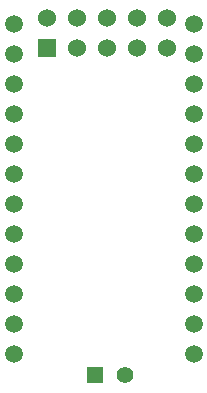
<source format=gbs>
G04 (created by PCBNEW (2013-07-07 BZR 4022)-stable) date 11/1/2014 8:09:35 PM*
%MOIN*%
G04 Gerber Fmt 3.4, Leading zero omitted, Abs format*
%FSLAX34Y34*%
G01*
G70*
G90*
G04 APERTURE LIST*
%ADD10C,0.00590551*%
%ADD11R,0.055X0.055*%
%ADD12C,0.055*%
%ADD13R,0.06X0.06*%
%ADD14C,0.06*%
%ADD15C,0.0590551*%
G04 APERTURE END LIST*
G54D10*
G54D11*
X146600Y-99700D03*
G54D12*
X147600Y-99700D03*
G54D13*
X145000Y-88800D03*
G54D14*
X145000Y-87800D03*
X146000Y-88800D03*
X146000Y-87800D03*
X147000Y-88800D03*
X147000Y-87800D03*
X148000Y-88800D03*
X148000Y-87800D03*
X149000Y-88800D03*
X149000Y-87800D03*
G54D15*
X149900Y-88000D03*
X149900Y-99000D03*
X149900Y-98000D03*
X149900Y-97000D03*
X149900Y-96000D03*
X149900Y-95000D03*
X149900Y-94000D03*
X149900Y-93000D03*
X149900Y-92000D03*
X149900Y-91000D03*
X149900Y-90000D03*
X149900Y-89000D03*
X143900Y-89000D03*
X143900Y-90000D03*
X143900Y-91000D03*
X143900Y-92000D03*
X143900Y-93000D03*
X143900Y-94000D03*
X143900Y-95000D03*
X143900Y-96000D03*
X143900Y-97000D03*
X143900Y-98000D03*
X143900Y-99000D03*
X143900Y-88000D03*
M02*

</source>
